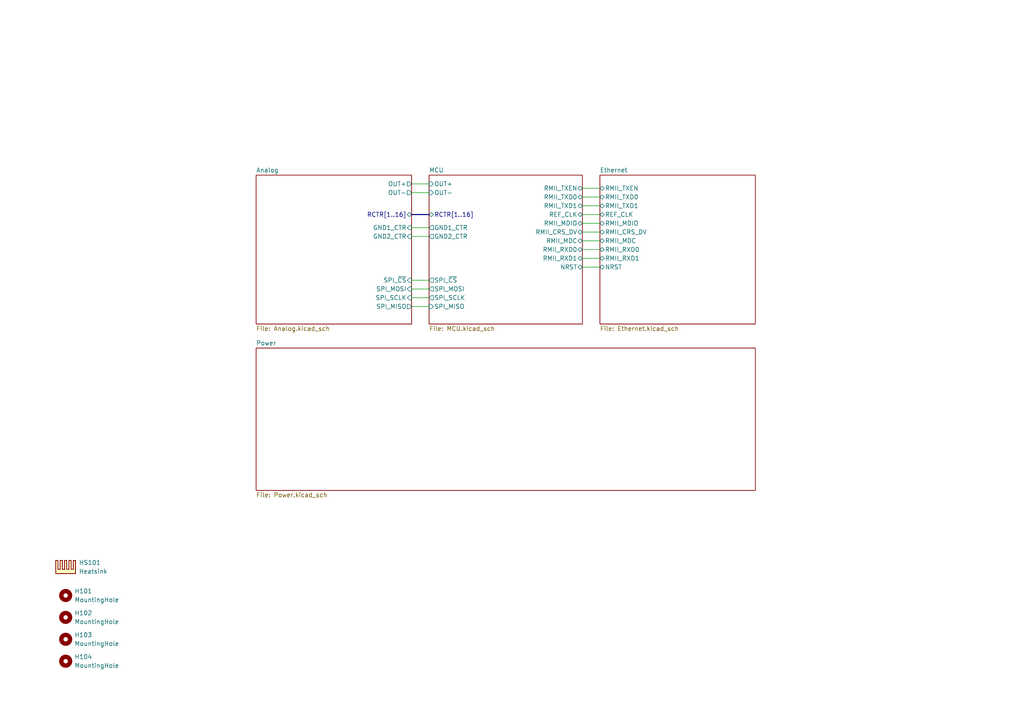
<source format=kicad_sch>
(kicad_sch (version 20231120) (generator "eeschema") (generator_version "8.0")
  (paper "A4")
  (lib_symbols
    (symbol "Mechanical:Heatsink" (pin_names (offset 1.016)) (exclude_from_sim yes)
      (property "Reference" "HS" (at 0 5.08 0))
      (property "Value" "Heatsink" (at 0 -1.27 0))
      (symbol "Heatsink_0_1"
        (polyline (pts (xy -0.3302 1.27) (xy -0.9652 1.27) (xy -0.9652 3.81) (xy -1.6002 3.81) (xy -1.6002 1.27) (xy -2.2352 1.27) (xy -2.2352 3.81) (xy -2.8702 3.81) (xy -2.8702 0) (xy -0.9652 0)) (stroke (width 0.254)) (fill (type background)))
        (polyline (pts (xy -0.3302 1.27) (xy -0.3302 3.81) (xy 0.3048 3.81) (xy 0.3048 1.27) (xy 0.9398 1.27) (xy 0.9398 3.81) (xy 1.5748 3.81) (xy 1.5748 1.27) (xy 2.2098 1.27) (xy 2.2098 3.81) (xy 2.8448 3.81) (xy 2.8448 0) (xy -0.9652 0)) (stroke (width 0.254)) (fill (type background)))
      )
    )
    (symbol "Mechanical:MountingHole" (pin_names (offset 1.016)) (exclude_from_sim yes) (in_bom no)
      (property "Reference" "H" (at 0 5.08 0))
      (property "Value" "MountingHole" (at 0 3.175 0))
      (symbol "MountingHole_0_1"
        (circle (center 0 0) (radius 1.27) (stroke (width 1.27)))
      )
    )
  )
  (bus (pts (xy 119.38 62.23) (xy 124.46 62.23)))
  (wire (pts (xy 168.91 72.39) (xy 173.99 72.39)))
  (wire (pts (xy 119.38 83.82) (xy 124.46 83.82)))
  (wire (pts (xy 119.38 55.88) (xy 124.46 55.88)))
  (wire (pts (xy 168.91 77.47) (xy 173.99 77.47)))
  (wire (pts (xy 168.91 67.31) (xy 173.99 67.31)))
  (wire (pts (xy 168.91 57.15) (xy 173.99 57.15)))
  (wire (pts (xy 168.91 59.69) (xy 173.99 59.69)))
  (wire (pts (xy 119.38 68.58) (xy 124.46 68.58)))
  (wire (pts (xy 119.38 53.34) (xy 124.46 53.34)))
  (wire (pts (xy 119.38 66.04) (xy 124.46 66.04)))
  (wire (pts (xy 119.38 81.28) (xy 124.46 81.28)))
  (wire (pts (xy 168.91 62.23) (xy 173.99 62.23)))
  (wire (pts (xy 168.91 64.77) (xy 173.99 64.77)))
  (wire (pts (xy 119.38 86.36) (xy 124.46 86.36)))
  (wire (pts (xy 168.91 54.61) (xy 173.99 54.61)))
  (wire (pts (xy 168.91 69.85) (xy 173.99 69.85)))
  (wire (pts (xy 119.38 88.9) (xy 124.46 88.9)))
  (wire (pts (xy 168.91 74.93) (xy 173.99 74.93)))
  (symbol (lib_id "Mechanical:MountingHole") (at 19.05 185.42 0) (unit 1) (exclude_from_sim yes) (in_bom no)
    (property "Reference" "H103" (at 21.59 184.1499 0) (effects (justify left)))
    (property "Value" "MountingHole" (at 21.59 186.6899 0) (effects (justify left)))
    (property "Footprint" "MountingHole:MountingHole_2.2mm_M2_DIN965" (effects (hide yes)))
    (property "Description" "Mounting Hole without connection" (effects (hide yes)))
  )
  (symbol (lib_id "Mechanical:MountingHole") (at 19.05 191.77 0) (unit 1) (exclude_from_sim yes) (in_bom no)
    (property "Reference" "H104" (at 21.59 190.4999 0) (effects (justify left)))
    (property "Value" "MountingHole" (at 21.59 193.0399 0) (effects (justify left)))
    (property "Footprint" "MountingHole:MountingHole_2.2mm_M2_DIN965" (effects (hide yes)))
    (property "Description" "Mounting Hole without connection" (effects (hide yes)))
  )
  (symbol (lib_id "Mechanical:MountingHole") (at 19.05 172.72 0) (unit 1) (exclude_from_sim yes) (in_bom no)
    (property "Reference" "H101" (at 21.59 171.4499 0) (effects (justify left)))
    (property "Value" "MountingHole" (at 21.59 173.9899 0) (effects (justify left)))
    (property "Footprint" "MountingHole:MountingHole_3.2mm_M3_DIN965_Pad" (effects (hide yes)))
    (property "Description" "Mounting Hole without connection" (effects (hide yes)))
  )
  (symbol (lib_id "Mechanical:MountingHole") (at 19.05 179.07 0) (unit 1) (exclude_from_sim yes) (in_bom no)
    (property "Reference" "H102" (at 21.59 177.7999 0) (effects (justify left)))
    (property "Value" "MountingHole" (at 21.59 180.3399 0) (effects (justify left)))
    (property "Footprint" "MountingHole:MountingHole_3.2mm_M3_DIN965_Pad" (effects (hide yes)))
    (property "Description" "Mounting Hole without connection" (effects (hide yes)))
  )
  (symbol (lib_id "Mechanical:Heatsink") (at 19.05 166.37 0) (unit 1) (exclude_from_sim yes)
    (property "Reference" "HS101" (at 22.86 163.1949 0) (effects (justify left)))
    (property "Value" "Heatsink" (at 22.86 165.7349 0) (effects (justify left)))
    (property "Footprint" "ETH16CDAQ1:960-19-12-S-AB-0" (effects (hide yes)))
    (property "Description" "Heatsink" (effects (hide yes)))
  )
  (sheet (at 74.295 50.8) (size 45.085 43.18) (stroke (width 0.1524))
    (property "Sheetname" "Analog" (at 74.295 50.0884 0) (effects (justify left bottom)))
    (property "Sheetfile" "Analog.kicad_sch" (at 74.295 94.5646 0) (effects (justify left top)))
    (pin "OUT-" output (at 119.38 55.88 0))
    (pin "OUT+" output (at 119.38 53.34 0))
    (pin "SPI_~{CS}" input (at 119.38 81.28 0))
    (pin "SPI_MOSI" input (at 119.38 83.82 0))
    (pin "SPI_SCLK" input (at 119.38 86.36 0))
    (pin "SPI_MISO" output (at 119.38 88.9 0))
    (pin "RCTR[1..16]" bidirectional (at 119.38 62.23 0))
    (pin "GND1_CTR" input (at 119.38 66.04 0))
    (pin "GND2_CTR" input (at 119.38 68.58 0))
  )
  (sheet (at 124.46 50.8) (size 44.45 43.18) (stroke (width 0.1524))
    (property "Sheetname" "MCU" (at 124.46 50.0884 0) (effects (justify left bottom)))
    (property "Sheetfile" "MCU.kicad_sch" (at 124.46 94.5646 0) (effects (justify left top)))
    (pin "RMII_TXEN" bidirectional (at 168.91 54.61 0))
    (pin "RMII_TXD0" bidirectional (at 168.91 57.15 0))
    (pin "RMII_TXD1" bidirectional (at 168.91 59.69 0))
    (pin "REF_CLK" bidirectional (at 168.91 62.23 0))
    (pin "RMII_MDIO" bidirectional (at 168.91 64.77 0))
    (pin "RMII_CRS_DV" bidirectional (at 168.91 67.31 0))
    (pin "RMII_MDC" bidirectional (at 168.91 69.85 0))
    (pin "RMII_RXD0" bidirectional (at 168.91 72.39 0))
    (pin "RMII_RXD1" bidirectional (at 168.91 74.93 0))
    (pin "NRST" bidirectional (at 168.91 77.47 0))
    (pin "OUT+" input (at 124.46 53.34 180))
    (pin "OUT-" input (at 124.46 55.88 180))
    (pin "SPI_~{CS}" output (at 124.46 81.28 180))
    (pin "SPI_MISO" input (at 124.46 88.9 180))
    (pin "SPI_SCLK" output (at 124.46 86.36 180))
    (pin "SPI_MOSI" output (at 124.46 83.82 180))
    (pin "RCTR[1..16]" bidirectional (at 124.46 62.23 180))
    (pin "GND1_CTR" output (at 124.46 66.04 180))
    (pin "GND2_CTR" output (at 124.46 68.58 180))
  )
  (sheet (at 74.295 100.965) (size 144.78 41.275) (stroke (width 0.1524))
    (property "Sheetname" "Power" (at 74.295 100.2534 0) (effects (justify left bottom)))
    (property "Sheetfile" "Power.kicad_sch" (at 74.295 142.8246 0) (effects (justify left top)))
  )
  (sheet (at 173.99 50.8) (size 45.085 43.18) (stroke (width 0.1524))
    (property "Sheetname" "Ethernet" (at 173.99 50.0884 0) (effects (justify left bottom)))
    (property "Sheetfile" "Ethernet.kicad_sch" (at 173.99 94.5646 0) (effects (justify left top)))
    (pin "REF_CLK" bidirectional (at 173.99 62.23 180))
    (pin "RMII_MDIO" bidirectional (at 173.99 64.77 180))
    (pin "RMII_MDC" bidirectional (at 173.99 69.85 180))
    (pin "NRST" bidirectional (at 173.99 77.47 180))
    (pin "RMII_TXD1" bidirectional (at 173.99 59.69 180))
    (pin "RMII_CRS_DV" bidirectional (at 173.99 67.31 180))
    (pin "RMII_RXD1" bidirectional (at 173.99 74.93 180))
    (pin "RMII_TXD0" bidirectional (at 173.99 57.15 180))
    (pin "RMII_TXEN" bidirectional (at 173.99 54.61 180))
    (pin "RMII_RXD0" bidirectional (at 173.99 72.39 180))
  )
)
</source>
